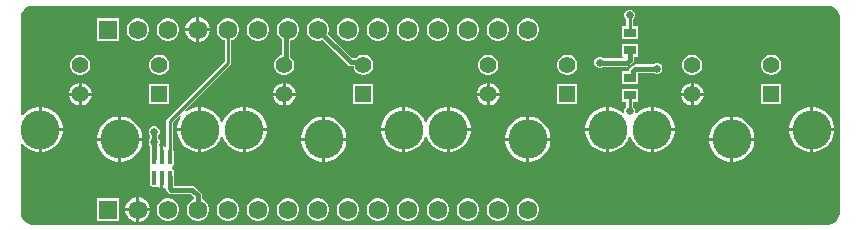
<source format=gbr>
%TF.GenerationSoftware,Altium Limited,Altium Designer,25.6.2 (33)*%
G04 Layer_Physical_Order=2*
G04 Layer_Color=16711680*
%FSLAX45Y45*%
%MOMM*%
%TF.SameCoordinates,5DA55B6F-82E9-41E6-B114-64E7E2ADA8B0*%
%TF.FilePolarity,Positive*%
%TF.FileFunction,Copper,L2,Bot,Signal*%
%TF.Part,Single*%
G01*
G75*
%TA.AperFunction,Conductor*%
%ADD10C,0.38100*%
%ADD11C,0.25400*%
%TA.AperFunction,ComponentPad*%
%ADD12R,1.39800X1.39800*%
%ADD13C,1.59000*%
%ADD14R,1.59000X1.59000*%
%ADD15C,3.30600*%
%ADD16C,1.39800*%
%TA.AperFunction,ViaPad*%
%ADD17C,0.63500*%
%TA.AperFunction,SMDPad,CuDef*%
G04:AMPARAMS|DCode=18|XSize=1.2mm|YSize=0.37583mm|CornerRadius=0.18791mm|HoleSize=0mm|Usage=FLASHONLY|Rotation=270.000|XOffset=0mm|YOffset=0mm|HoleType=Round|Shape=RoundedRectangle|*
%AMROUNDEDRECTD18*
21,1,1.20000,0.00000,0,0,270.0*
21,1,0.82417,0.37583,0,0,270.0*
1,1,0.37583,0.00000,-0.41209*
1,1,0.37583,0.00000,0.41209*
1,1,0.37583,0.00000,0.41209*
1,1,0.37583,0.00000,-0.41209*
%
%ADD18ROUNDEDRECTD18*%
G04:AMPARAMS|DCode=19|XSize=1.2mm|YSize=0.37mm|CornerRadius=0.185mm|HoleSize=0mm|Usage=FLASHONLY|Rotation=270.000|XOffset=0mm|YOffset=0mm|HoleType=Round|Shape=RoundedRectangle|*
%AMROUNDEDRECTD19*
21,1,1.20000,0.00000,0,0,270.0*
21,1,0.83000,0.37000,0,0,270.0*
1,1,0.37000,0.00000,-0.41500*
1,1,0.37000,0.00000,0.41500*
1,1,0.37000,0.00000,0.41500*
1,1,0.37000,0.00000,-0.41500*
%
%ADD19ROUNDEDRECTD19*%
%ADD20R,0.37583X1.20000*%
%ADD21R,1.00000X0.80000*%
G36*
X6858000Y1879103D02*
X6867958Y1879103D01*
X6887490Y1875218D01*
X6905891Y1867596D01*
X6922449Y1856532D01*
X6936532Y1842449D01*
X6947596Y1825891D01*
X6955218Y1807491D01*
X6959103Y1787957D01*
X6959104Y1777999D01*
X6959103Y127000D01*
X6959103Y117042D01*
X6955218Y97510D01*
X6947596Y79109D01*
X6936532Y62550D01*
X6922449Y48467D01*
X6905891Y37403D01*
X6887491Y29782D01*
X6867958Y25896D01*
X117042D01*
X97509Y29782D01*
X79109Y37403D01*
X62550Y48468D01*
X48467Y62550D01*
X37403Y79109D01*
X29781Y97509D01*
X25896Y117042D01*
Y127000D01*
Y707181D01*
X38049Y710868D01*
X39474Y708736D01*
X66036Y682174D01*
X97270Y661304D01*
X131975Y646929D01*
X168818Y639600D01*
X174900D01*
Y830300D01*
Y1021000D01*
X168818D01*
X131975Y1013672D01*
X97270Y999296D01*
X66036Y978427D01*
X39474Y951864D01*
X38049Y949733D01*
X25896Y953419D01*
Y1778000D01*
Y1787958D01*
X29782Y1807490D01*
X37403Y1825890D01*
X48467Y1842449D01*
X62550Y1856532D01*
X79109Y1867596D01*
X97509Y1875218D01*
X117042Y1879103D01*
X127001Y1879104D01*
X6858000Y1879103D01*
D02*
G37*
%LPC*%
G36*
X1537810Y1781300D02*
X1536700D01*
Y1689100D01*
X1628900D01*
Y1690210D01*
X1621751Y1716890D01*
X1607941Y1740810D01*
X1588410Y1760341D01*
X1564490Y1774151D01*
X1537810Y1781300D01*
D02*
G37*
G36*
X1511300D02*
X1510190D01*
X1483510Y1774151D01*
X1459590Y1760341D01*
X1440059Y1740810D01*
X1426249Y1716890D01*
X1419100Y1690210D01*
Y1689100D01*
X1511300D01*
Y1781300D01*
D02*
G37*
G36*
X5189865Y1843637D02*
X5171266D01*
X5154084Y1836520D01*
X5140933Y1823369D01*
X5133815Y1806186D01*
Y1787588D01*
X5140933Y1770405D01*
X5152323Y1759015D01*
Y1704800D01*
X5116600D01*
Y1594800D01*
X5246600D01*
Y1704800D01*
X5208808D01*
Y1759015D01*
X5220198Y1770405D01*
X5227315Y1787588D01*
Y1806186D01*
X5220198Y1823369D01*
X5207047Y1836520D01*
X5189865Y1843637D01*
D02*
G37*
G36*
X4330441Y1770900D02*
X4305559D01*
X4281524Y1764460D01*
X4259976Y1752019D01*
X4242381Y1734424D01*
X4229940Y1712876D01*
X4223500Y1688841D01*
Y1663959D01*
X4229940Y1639924D01*
X4242381Y1618376D01*
X4259976Y1600781D01*
X4281524Y1588340D01*
X4305559Y1581900D01*
X4330441D01*
X4354476Y1588340D01*
X4376024Y1600781D01*
X4393619Y1618376D01*
X4406060Y1639924D01*
X4412500Y1663959D01*
Y1688841D01*
X4406060Y1712876D01*
X4393619Y1734424D01*
X4376024Y1752019D01*
X4354476Y1764460D01*
X4330441Y1770900D01*
D02*
G37*
G36*
X4076441D02*
X4051559D01*
X4027524Y1764460D01*
X4005976Y1752019D01*
X3988381Y1734424D01*
X3975940Y1712876D01*
X3969500Y1688841D01*
Y1663959D01*
X3975940Y1639924D01*
X3988381Y1618376D01*
X4005976Y1600781D01*
X4027524Y1588340D01*
X4051559Y1581900D01*
X4076441D01*
X4100476Y1588340D01*
X4122024Y1600781D01*
X4139619Y1618376D01*
X4152060Y1639924D01*
X4158500Y1663959D01*
Y1688841D01*
X4152060Y1712876D01*
X4139619Y1734424D01*
X4122024Y1752019D01*
X4100476Y1764460D01*
X4076441Y1770900D01*
D02*
G37*
G36*
X3822441D02*
X3797559D01*
X3773524Y1764460D01*
X3751976Y1752019D01*
X3734381Y1734424D01*
X3721940Y1712876D01*
X3715500Y1688841D01*
Y1663959D01*
X3721940Y1639924D01*
X3734381Y1618376D01*
X3751976Y1600781D01*
X3773524Y1588340D01*
X3797559Y1581900D01*
X3822441D01*
X3846476Y1588340D01*
X3868024Y1600781D01*
X3885619Y1618376D01*
X3898060Y1639924D01*
X3904500Y1663959D01*
Y1688841D01*
X3898060Y1712876D01*
X3885619Y1734424D01*
X3868024Y1752019D01*
X3846476Y1764460D01*
X3822441Y1770900D01*
D02*
G37*
G36*
X3568441D02*
X3543559D01*
X3519524Y1764460D01*
X3497976Y1752019D01*
X3480381Y1734424D01*
X3467940Y1712876D01*
X3461500Y1688841D01*
Y1663959D01*
X3467940Y1639924D01*
X3480381Y1618376D01*
X3497976Y1600781D01*
X3519524Y1588340D01*
X3543559Y1581900D01*
X3568441D01*
X3592476Y1588340D01*
X3614024Y1600781D01*
X3631619Y1618376D01*
X3644060Y1639924D01*
X3650500Y1663959D01*
Y1688841D01*
X3644060Y1712876D01*
X3631619Y1734424D01*
X3614024Y1752019D01*
X3592476Y1764460D01*
X3568441Y1770900D01*
D02*
G37*
G36*
X3314441D02*
X3289559D01*
X3265524Y1764460D01*
X3243976Y1752019D01*
X3226381Y1734424D01*
X3213940Y1712876D01*
X3207500Y1688841D01*
Y1663959D01*
X3213940Y1639924D01*
X3226381Y1618376D01*
X3243976Y1600781D01*
X3265524Y1588340D01*
X3289559Y1581900D01*
X3314441D01*
X3338476Y1588340D01*
X3360024Y1600781D01*
X3377619Y1618376D01*
X3390060Y1639924D01*
X3396500Y1663959D01*
Y1688841D01*
X3390060Y1712876D01*
X3377619Y1734424D01*
X3360024Y1752019D01*
X3338476Y1764460D01*
X3314441Y1770900D01*
D02*
G37*
G36*
X3060441D02*
X3035559D01*
X3011524Y1764460D01*
X2989976Y1752019D01*
X2972381Y1734424D01*
X2959940Y1712876D01*
X2953500Y1688841D01*
Y1663959D01*
X2959940Y1639924D01*
X2972381Y1618376D01*
X2989976Y1600781D01*
X3011524Y1588340D01*
X3035559Y1581900D01*
X3060441D01*
X3084476Y1588340D01*
X3106024Y1600781D01*
X3123619Y1618376D01*
X3136060Y1639924D01*
X3142500Y1663959D01*
Y1688841D01*
X3136060Y1712876D01*
X3123619Y1734424D01*
X3106024Y1752019D01*
X3084476Y1764460D01*
X3060441Y1770900D01*
D02*
G37*
G36*
X2806441D02*
X2781559D01*
X2757524Y1764460D01*
X2735976Y1752019D01*
X2718381Y1734424D01*
X2705940Y1712876D01*
X2699500Y1688841D01*
Y1663959D01*
X2705940Y1639924D01*
X2718381Y1618376D01*
X2735976Y1600781D01*
X2757524Y1588340D01*
X2781559Y1581900D01*
X2806441D01*
X2830476Y1588340D01*
X2852024Y1600781D01*
X2869619Y1618376D01*
X2882060Y1639924D01*
X2888500Y1663959D01*
Y1688841D01*
X2882060Y1712876D01*
X2869619Y1734424D01*
X2852024Y1752019D01*
X2830476Y1764460D01*
X2806441Y1770900D01*
D02*
G37*
G36*
X2044441D02*
X2019559D01*
X1995524Y1764460D01*
X1973976Y1752019D01*
X1956381Y1734424D01*
X1943940Y1712876D01*
X1937500Y1688841D01*
Y1663959D01*
X1943940Y1639924D01*
X1956381Y1618376D01*
X1973976Y1600781D01*
X1995524Y1588340D01*
X2019559Y1581900D01*
X2044441D01*
X2068476Y1588340D01*
X2090024Y1600781D01*
X2107619Y1618376D01*
X2120060Y1639924D01*
X2126500Y1663959D01*
Y1688841D01*
X2120060Y1712876D01*
X2107619Y1734424D01*
X2090024Y1752019D01*
X2068476Y1764460D01*
X2044441Y1770900D01*
D02*
G37*
G36*
X1282441D02*
X1257559D01*
X1233524Y1764460D01*
X1211976Y1752019D01*
X1194381Y1734424D01*
X1181940Y1712876D01*
X1175500Y1688841D01*
Y1663959D01*
X1181940Y1639924D01*
X1194381Y1618376D01*
X1211976Y1600781D01*
X1233524Y1588340D01*
X1257559Y1581900D01*
X1282441D01*
X1306476Y1588340D01*
X1328024Y1600781D01*
X1345619Y1618376D01*
X1358060Y1639924D01*
X1364500Y1663959D01*
Y1688841D01*
X1358060Y1712876D01*
X1345619Y1734424D01*
X1328024Y1752019D01*
X1306476Y1764460D01*
X1282441Y1770900D01*
D02*
G37*
G36*
X1028441D02*
X1003559D01*
X979524Y1764460D01*
X957976Y1752019D01*
X940381Y1734424D01*
X927940Y1712876D01*
X921500Y1688841D01*
Y1663959D01*
X927940Y1639924D01*
X940381Y1618376D01*
X957976Y1600781D01*
X979524Y1588340D01*
X1003559Y1581900D01*
X1028441D01*
X1052476Y1588340D01*
X1074024Y1600781D01*
X1091619Y1618376D01*
X1104060Y1639924D01*
X1110500Y1663959D01*
Y1688841D01*
X1104060Y1712876D01*
X1091619Y1734424D01*
X1074024Y1752019D01*
X1052476Y1764460D01*
X1028441Y1770900D01*
D02*
G37*
G36*
X856500D02*
X667500D01*
Y1581900D01*
X856500D01*
Y1770900D01*
D02*
G37*
G36*
X1628900Y1663700D02*
X1536700D01*
Y1571500D01*
X1537810D01*
X1564490Y1578649D01*
X1588410Y1592459D01*
X1607941Y1611990D01*
X1621751Y1635910D01*
X1628900Y1662590D01*
Y1663700D01*
D02*
G37*
G36*
X1511300D02*
X1419100D01*
Y1662590D01*
X1426249Y1635910D01*
X1440059Y1611990D01*
X1459590Y1592459D01*
X1483510Y1578649D01*
X1510190Y1571500D01*
X1511300D01*
Y1663700D01*
D02*
G37*
G36*
X5246600Y1554800D02*
X5116600D01*
Y1444800D01*
X5122082D01*
X5128871Y1432100D01*
X5128615Y1431717D01*
X4958997D01*
X4954082Y1436633D01*
X4936899Y1443750D01*
X4918301D01*
X4901118Y1436633D01*
X4887967Y1423482D01*
X4880850Y1406299D01*
Y1387701D01*
X4887967Y1370518D01*
X4901118Y1357367D01*
X4918301Y1350250D01*
X4936899D01*
X4954082Y1357367D01*
X4958997Y1362283D01*
X5156200D01*
X5169486Y1364926D01*
X5180749Y1372451D01*
X5206149Y1397851D01*
X5213674Y1409114D01*
X5216317Y1422400D01*
Y1444800D01*
X5246600D01*
Y1554800D01*
D02*
G37*
G36*
X5419499Y1392950D02*
X5400901D01*
X5383718Y1385833D01*
X5378803Y1380917D01*
X5229318D01*
X5216033Y1378274D01*
X5204770Y1370749D01*
X5182451Y1348430D01*
X5174926Y1337167D01*
X5172283Y1323882D01*
Y1323800D01*
X5116600D01*
Y1213800D01*
X5246600D01*
Y1311483D01*
X5378803D01*
X5383718Y1306567D01*
X5400901Y1299450D01*
X5419499D01*
X5436682Y1306567D01*
X5449833Y1319718D01*
X5456950Y1336901D01*
Y1355499D01*
X5449833Y1372682D01*
X5436682Y1385833D01*
X5419499Y1392950D01*
D02*
G37*
G36*
X6391377Y1464200D02*
X6369023D01*
X6347430Y1458414D01*
X6328070Y1447237D01*
X6312263Y1431430D01*
X6301086Y1412070D01*
X6295300Y1390477D01*
Y1368123D01*
X6301086Y1346530D01*
X6312263Y1327170D01*
X6328070Y1311363D01*
X6347430Y1300186D01*
X6369023Y1294400D01*
X6391377D01*
X6412970Y1300186D01*
X6432330Y1311363D01*
X6448137Y1327170D01*
X6459314Y1346530D01*
X6465100Y1368123D01*
Y1390477D01*
X6459314Y1412070D01*
X6448137Y1431430D01*
X6432330Y1447237D01*
X6412970Y1458414D01*
X6391377Y1464200D01*
D02*
G37*
G36*
X5721377D02*
X5699023D01*
X5677430Y1458414D01*
X5658070Y1447237D01*
X5642263Y1431430D01*
X5631086Y1412070D01*
X5625300Y1390477D01*
Y1368123D01*
X5631086Y1346530D01*
X5642263Y1327170D01*
X5658070Y1311363D01*
X5677430Y1300186D01*
X5699023Y1294400D01*
X5721377D01*
X5742970Y1300186D01*
X5762330Y1311363D01*
X5778137Y1327170D01*
X5789314Y1346530D01*
X5795100Y1368123D01*
Y1390477D01*
X5789314Y1412070D01*
X5778137Y1431430D01*
X5762330Y1447237D01*
X5742970Y1458414D01*
X5721377Y1464200D01*
D02*
G37*
G36*
X4664177D02*
X4641823D01*
X4620230Y1458414D01*
X4600870Y1447237D01*
X4585063Y1431430D01*
X4573886Y1412070D01*
X4568100Y1390477D01*
Y1368123D01*
X4573886Y1346530D01*
X4585063Y1327170D01*
X4600870Y1311363D01*
X4620230Y1300186D01*
X4641823Y1294400D01*
X4664177D01*
X4685770Y1300186D01*
X4705130Y1311363D01*
X4720937Y1327170D01*
X4732114Y1346530D01*
X4737900Y1368123D01*
Y1390477D01*
X4732114Y1412070D01*
X4720937Y1431430D01*
X4705130Y1447237D01*
X4685770Y1458414D01*
X4664177Y1464200D01*
D02*
G37*
G36*
X3994177D02*
X3971823D01*
X3950230Y1458414D01*
X3930870Y1447237D01*
X3915063Y1431430D01*
X3903886Y1412070D01*
X3898100Y1390477D01*
Y1368123D01*
X3903886Y1346530D01*
X3915063Y1327170D01*
X3930870Y1311363D01*
X3950230Y1300186D01*
X3971823Y1294400D01*
X3994177D01*
X4015770Y1300186D01*
X4035130Y1311363D01*
X4050937Y1327170D01*
X4062114Y1346530D01*
X4067900Y1368123D01*
Y1390477D01*
X4062114Y1412070D01*
X4050937Y1431430D01*
X4035130Y1447237D01*
X4015770Y1458414D01*
X3994177Y1464200D01*
D02*
G37*
G36*
X2552441Y1770900D02*
X2527559D01*
X2503524Y1764460D01*
X2481976Y1752019D01*
X2464381Y1734424D01*
X2451940Y1712876D01*
X2445500Y1688841D01*
Y1663959D01*
X2451940Y1639924D01*
X2464381Y1618376D01*
X2481976Y1600781D01*
X2503524Y1588340D01*
X2527559Y1581900D01*
X2552441D01*
X2576476Y1588340D01*
X2578052Y1589251D01*
X2793251Y1374051D01*
X2804514Y1366526D01*
X2817800Y1363883D01*
X2842036D01*
X2846686Y1346530D01*
X2857863Y1327170D01*
X2873670Y1311363D01*
X2893030Y1300186D01*
X2914623Y1294400D01*
X2936977D01*
X2958570Y1300186D01*
X2977930Y1311363D01*
X2993737Y1327170D01*
X3004914Y1346530D01*
X3010700Y1368123D01*
Y1390477D01*
X3004914Y1412070D01*
X2993737Y1431430D01*
X2977930Y1447237D01*
X2958570Y1458414D01*
X2936977Y1464200D01*
X2914623D01*
X2893030Y1458414D01*
X2873670Y1447237D01*
X2859750Y1433317D01*
X2832180D01*
X2627149Y1638348D01*
X2628060Y1639924D01*
X2634500Y1663959D01*
Y1688841D01*
X2628060Y1712876D01*
X2615619Y1734424D01*
X2598024Y1752019D01*
X2576476Y1764460D01*
X2552441Y1770900D01*
D02*
G37*
G36*
X2298441D02*
X2273559D01*
X2249524Y1764460D01*
X2227976Y1752019D01*
X2210381Y1734424D01*
X2197940Y1712876D01*
X2191500Y1688841D01*
Y1663959D01*
X2197940Y1639924D01*
X2210381Y1618376D01*
X2227976Y1600781D01*
X2236183Y1596043D01*
Y1461939D01*
X2223030Y1458414D01*
X2203670Y1447237D01*
X2187863Y1431430D01*
X2176686Y1412070D01*
X2170900Y1390477D01*
Y1368123D01*
X2176686Y1346530D01*
X2187863Y1327170D01*
X2203670Y1311363D01*
X2223030Y1300186D01*
X2244623Y1294400D01*
X2266977D01*
X2288570Y1300186D01*
X2307930Y1311363D01*
X2323737Y1327170D01*
X2334914Y1346530D01*
X2340700Y1368123D01*
Y1390477D01*
X2334914Y1412070D01*
X2323737Y1431430D01*
X2307930Y1447237D01*
X2305617Y1448572D01*
Y1583823D01*
X2322476Y1588340D01*
X2344024Y1600781D01*
X2361619Y1618376D01*
X2374060Y1639924D01*
X2380500Y1663959D01*
Y1688841D01*
X2374060Y1712876D01*
X2361619Y1734424D01*
X2344024Y1752019D01*
X2322476Y1764460D01*
X2298441Y1770900D01*
D02*
G37*
G36*
X1209777Y1464200D02*
X1187423D01*
X1165830Y1458414D01*
X1146470Y1447237D01*
X1130663Y1431430D01*
X1119486Y1412070D01*
X1113700Y1390477D01*
Y1368123D01*
X1119486Y1346530D01*
X1130663Y1327170D01*
X1146470Y1311363D01*
X1165830Y1300186D01*
X1187423Y1294400D01*
X1209777D01*
X1231370Y1300186D01*
X1250730Y1311363D01*
X1266537Y1327170D01*
X1277714Y1346530D01*
X1283500Y1368123D01*
Y1390477D01*
X1277714Y1412070D01*
X1266537Y1431430D01*
X1250730Y1447237D01*
X1231370Y1458414D01*
X1209777Y1464200D01*
D02*
G37*
G36*
X539777D02*
X517423D01*
X495830Y1458414D01*
X476470Y1447237D01*
X460663Y1431430D01*
X449486Y1412070D01*
X443700Y1390477D01*
Y1368123D01*
X449486Y1346530D01*
X460663Y1327170D01*
X476470Y1311363D01*
X495830Y1300186D01*
X517423Y1294400D01*
X539777D01*
X561370Y1300186D01*
X580730Y1311363D01*
X596537Y1327170D01*
X607714Y1346530D01*
X613500Y1368123D01*
Y1390477D01*
X607714Y1412070D01*
X596537Y1431430D01*
X580730Y1447237D01*
X561370Y1458414D01*
X539777Y1464200D01*
D02*
G37*
G36*
X5722900Y1225559D02*
Y1143000D01*
X5805459D01*
X5799005Y1167085D01*
X5786459Y1188816D01*
X5768716Y1206559D01*
X5746984Y1219106D01*
X5722900Y1225559D01*
D02*
G37*
G36*
X541300D02*
Y1143000D01*
X623859D01*
X617405Y1167085D01*
X604859Y1188816D01*
X587116Y1206559D01*
X565384Y1219106D01*
X541300Y1225559D01*
D02*
G37*
G36*
X3995700D02*
Y1143000D01*
X4078259D01*
X4071805Y1167085D01*
X4059259Y1188816D01*
X4041516Y1206559D01*
X4019784Y1219106D01*
X3995700Y1225559D01*
D02*
G37*
G36*
X2268500D02*
Y1143000D01*
X2351059D01*
X2344605Y1167085D01*
X2332059Y1188816D01*
X2314316Y1206559D01*
X2292584Y1219106D01*
X2268500Y1225559D01*
D02*
G37*
G36*
X515900D02*
X491815Y1219106D01*
X470084Y1206559D01*
X452341Y1188816D01*
X439794Y1167085D01*
X433341Y1143000D01*
X515900D01*
Y1225559D01*
D02*
G37*
G36*
X5697500D02*
X5673415Y1219106D01*
X5651684Y1206559D01*
X5633941Y1188816D01*
X5621394Y1167085D01*
X5614941Y1143000D01*
X5697500D01*
Y1225559D01*
D02*
G37*
G36*
X3970300D02*
X3946215Y1219106D01*
X3924484Y1206559D01*
X3906741Y1188816D01*
X3894194Y1167085D01*
X3887741Y1143000D01*
X3970300D01*
Y1225559D01*
D02*
G37*
G36*
X2243100D02*
X2219015Y1219106D01*
X2197284Y1206559D01*
X2179541Y1188816D01*
X2166994Y1167085D01*
X2160541Y1143000D01*
X2243100D01*
Y1225559D01*
D02*
G37*
G36*
X6465100Y1215200D02*
X6295300D01*
Y1045400D01*
X6465100D01*
Y1215200D01*
D02*
G37*
G36*
X4737900D02*
X4568100D01*
Y1045400D01*
X4737900D01*
Y1215200D01*
D02*
G37*
G36*
X3010700D02*
X2840900D01*
Y1045400D01*
X3010700D01*
Y1215200D01*
D02*
G37*
G36*
X1283500D02*
X1113700D01*
Y1045400D01*
X1283500D01*
Y1215200D01*
D02*
G37*
G36*
X5805459Y1117600D02*
X5722900D01*
Y1035041D01*
X5746984Y1041494D01*
X5768716Y1054041D01*
X5786459Y1071784D01*
X5799005Y1093515D01*
X5805459Y1117600D01*
D02*
G37*
G36*
X623859D02*
X541300D01*
Y1035041D01*
X565384Y1041494D01*
X587116Y1054041D01*
X604859Y1071784D01*
X617405Y1093515D01*
X623859Y1117600D01*
D02*
G37*
G36*
X4078259D02*
X3995700D01*
Y1035041D01*
X4019784Y1041494D01*
X4041516Y1054041D01*
X4059259Y1071784D01*
X4071805Y1093515D01*
X4078259Y1117600D01*
D02*
G37*
G36*
X2351059D02*
X2268500D01*
Y1035041D01*
X2292584Y1041494D01*
X2314316Y1054041D01*
X2332059Y1071784D01*
X2344605Y1093515D01*
X2351059Y1117600D01*
D02*
G37*
G36*
X3970300D02*
X3887741D01*
X3894194Y1093515D01*
X3906741Y1071784D01*
X3924484Y1054041D01*
X3946215Y1041494D01*
X3970300Y1035041D01*
Y1117600D01*
D02*
G37*
G36*
X2243100D02*
X2160541D01*
X2166994Y1093515D01*
X2179541Y1071784D01*
X2197284Y1054041D01*
X2219015Y1041494D01*
X2243100Y1035041D01*
Y1117600D01*
D02*
G37*
G36*
X515900D02*
X433341D01*
X439794Y1093515D01*
X452341Y1071784D01*
X470084Y1054041D01*
X491815Y1041494D01*
X515900Y1035041D01*
Y1117600D01*
D02*
G37*
G36*
X5697500D02*
X5614941D01*
X5621394Y1093515D01*
X5633941Y1071784D01*
X5651684Y1054041D01*
X5673415Y1041494D01*
X5697500Y1035041D01*
Y1117600D01*
D02*
G37*
G36*
X5246600Y1173800D02*
X5116600D01*
Y1063800D01*
X5152323D01*
Y1021959D01*
X5140933Y1010569D01*
X5133815Y993386D01*
Y978136D01*
X5123892Y972353D01*
X5122082Y971908D01*
X5115564Y978427D01*
X5084330Y999296D01*
X5049625Y1013672D01*
X5012782Y1021000D01*
X5006699D01*
Y830300D01*
Y639600D01*
X5012782D01*
X5049625Y646929D01*
X5084330Y661304D01*
X5115564Y682174D01*
X5142126Y708736D01*
X5162996Y739970D01*
X5174727Y768290D01*
X5188473D01*
X5200204Y739970D01*
X5221074Y708736D01*
X5247636Y682174D01*
X5278870Y661304D01*
X5313575Y646929D01*
X5350418Y639600D01*
X5356501D01*
Y830300D01*
Y1021000D01*
X5350418D01*
X5313575Y1013672D01*
X5278870Y999296D01*
X5247636Y978427D01*
X5238986Y969777D01*
X5230614Y973372D01*
X5227315Y976067D01*
Y993386D01*
X5220198Y1010569D01*
X5208808Y1021959D01*
Y1063800D01*
X5246600D01*
Y1173800D01*
D02*
G37*
G36*
X3629300Y1021000D02*
X3623218D01*
X3586375Y1013672D01*
X3551670Y999296D01*
X3520436Y978427D01*
X3493874Y951864D01*
X3473004Y920630D01*
X3461273Y892310D01*
X3447527D01*
X3435796Y920630D01*
X3414926Y951864D01*
X3388364Y978427D01*
X3357130Y999296D01*
X3322425Y1013672D01*
X3285582Y1021000D01*
X3279500D01*
Y830300D01*
Y639600D01*
X3285582D01*
X3322425Y646929D01*
X3357130Y661304D01*
X3388364Y682174D01*
X3414926Y708736D01*
X3435796Y739970D01*
X3447527Y768290D01*
X3461273D01*
X3473004Y739970D01*
X3493874Y708736D01*
X3520436Y682174D01*
X3551670Y661304D01*
X3586375Y646929D01*
X3623218Y639600D01*
X3629300D01*
Y830300D01*
Y1021000D01*
D02*
G37*
G36*
X1902100D02*
X1896018D01*
X1859175Y1013672D01*
X1824470Y999296D01*
X1793236Y978427D01*
X1766674Y951864D01*
X1745804Y920630D01*
X1734073Y892310D01*
X1720327D01*
X1708596Y920630D01*
X1687726Y951864D01*
X1661164Y978427D01*
X1629930Y999296D01*
X1595225Y1013672D01*
X1558382Y1021000D01*
X1552300D01*
Y830300D01*
Y639600D01*
X1558382D01*
X1595225Y646929D01*
X1629930Y661304D01*
X1661164Y682174D01*
X1687726Y708736D01*
X1708596Y739970D01*
X1720327Y768290D01*
X1734073D01*
X1745804Y739970D01*
X1766674Y708736D01*
X1793236Y682174D01*
X1824470Y661304D01*
X1859175Y646929D01*
X1896018Y639600D01*
X1902100D01*
Y830300D01*
Y1021000D01*
D02*
G37*
G36*
X5387982D02*
X5381901D01*
Y843000D01*
X5559900D01*
Y849082D01*
X5552572Y885925D01*
X5538196Y920630D01*
X5517327Y951864D01*
X5490764Y978427D01*
X5459530Y999296D01*
X5424825Y1013672D01*
X5387982Y1021000D01*
D02*
G37*
G36*
X1933582D02*
X1927500D01*
Y843000D01*
X2105500D01*
Y849082D01*
X2098172Y885925D01*
X2083796Y920630D01*
X2062927Y951864D01*
X2036364Y978427D01*
X2005130Y999296D01*
X1970425Y1013672D01*
X1933582Y1021000D01*
D02*
G37*
G36*
X3660782D02*
X3654700D01*
Y843000D01*
X3832700D01*
Y849082D01*
X3825372Y885925D01*
X3810996Y920630D01*
X3790127Y951864D01*
X3763564Y978427D01*
X3732330Y999296D01*
X3697625Y1013672D01*
X3660782Y1021000D01*
D02*
G37*
G36*
X206382D02*
X200300D01*
Y843000D01*
X378300D01*
Y849082D01*
X370972Y885925D01*
X356596Y920630D01*
X335727Y951864D01*
X309164Y978427D01*
X277930Y999296D01*
X243225Y1013672D01*
X206382Y1021000D01*
D02*
G37*
G36*
X6739982D02*
X6733899D01*
Y843000D01*
X6911900D01*
Y849082D01*
X6904571Y885925D01*
X6890196Y920630D01*
X6869326Y951864D01*
X6842764Y978427D01*
X6811530Y999296D01*
X6776825Y1013672D01*
X6739982Y1021000D01*
D02*
G37*
G36*
X4981299D02*
X4975218D01*
X4938375Y1013672D01*
X4903670Y999296D01*
X4872436Y978427D01*
X4845873Y951864D01*
X4825004Y920630D01*
X4810628Y885925D01*
X4803300Y849082D01*
Y843000D01*
X4981299D01*
Y1021000D01*
D02*
G37*
G36*
X6708499D02*
X6702418D01*
X6665575Y1013672D01*
X6630870Y999296D01*
X6599636Y978427D01*
X6573073Y951864D01*
X6552204Y920630D01*
X6537828Y885925D01*
X6530500Y849082D01*
Y843000D01*
X6708499D01*
Y1021000D01*
D02*
G37*
G36*
X3254100D02*
X3248018D01*
X3211175Y1013672D01*
X3176470Y999296D01*
X3145236Y978427D01*
X3118673Y951864D01*
X3097804Y920630D01*
X3083428Y885925D01*
X3076100Y849082D01*
Y843000D01*
X3254100D01*
Y1021000D01*
D02*
G37*
G36*
X1790441Y1770900D02*
X1765559D01*
X1741524Y1764460D01*
X1719976Y1752019D01*
X1702381Y1734424D01*
X1689940Y1712876D01*
X1683500Y1688841D01*
Y1663959D01*
X1689940Y1639924D01*
X1702381Y1618376D01*
X1719976Y1600781D01*
X1741524Y1588340D01*
X1749757Y1586134D01*
Y1405015D01*
X1264229Y919487D01*
X1258107Y910324D01*
X1255957Y899516D01*
X1255957Y899515D01*
Y690819D01*
X1243257Y684030D01*
X1236443Y688584D01*
X1231900Y689487D01*
Y592554D01*
X1206500D01*
Y689487D01*
X1201957Y688584D01*
X1201786Y688469D01*
X1193370Y696843D01*
X1192974Y697855D01*
X1199910Y714601D01*
Y733199D01*
X1192793Y750382D01*
X1188917Y754257D01*
Y780362D01*
X1193833Y785278D01*
X1200950Y802461D01*
Y821059D01*
X1193833Y838242D01*
X1180682Y851393D01*
X1163499Y858510D01*
X1144901D01*
X1127718Y851393D01*
X1114567Y838242D01*
X1107450Y821059D01*
Y802461D01*
X1114567Y785278D01*
X1119483Y780362D01*
Y756338D01*
X1113527Y750382D01*
X1106410Y733199D01*
Y714601D01*
X1113527Y697418D01*
X1119483Y691462D01*
Y592554D01*
X1120409Y587901D01*
Y504361D01*
X1120408Y504361D01*
X1121484Y491661D01*
X1119747Y482927D01*
Y374124D01*
X1122369Y360939D01*
X1129838Y349762D01*
X1141015Y342293D01*
X1154200Y339671D01*
X1167385Y342293D01*
X1178562Y349762D01*
X1186993Y342654D01*
X1187339Y342265D01*
X1187340Y342264D01*
X1201957Y332496D01*
X1206500Y331593D01*
Y428526D01*
X1231900D01*
Y331593D01*
X1236443Y332496D01*
X1237129Y332955D01*
X1251060Y326989D01*
X1252126Y321633D01*
X1259652Y310370D01*
X1274531Y295491D01*
X1285793Y287966D01*
X1299079Y285323D01*
X1461360D01*
X1489283Y257400D01*
Y240931D01*
X1487524Y240460D01*
X1465976Y228019D01*
X1448381Y210424D01*
X1435940Y188876D01*
X1429500Y164841D01*
Y139959D01*
X1435940Y115924D01*
X1448381Y94376D01*
X1465976Y76781D01*
X1487524Y64340D01*
X1511559Y57900D01*
X1536441D01*
X1560476Y64340D01*
X1582024Y76781D01*
X1599619Y94376D01*
X1612060Y115924D01*
X1618500Y139959D01*
Y164841D01*
X1612060Y188876D01*
X1599619Y210424D01*
X1582024Y228019D01*
X1560476Y240460D01*
X1558717Y240931D01*
Y271780D01*
X1556075Y285065D01*
X1548549Y296329D01*
X1500289Y344589D01*
X1489026Y352114D01*
X1475740Y354757D01*
X1318917D01*
Y428526D01*
X1318653Y429851D01*
Y482927D01*
X1316031Y496112D01*
X1308562Y507289D01*
Y513791D01*
X1316031Y524968D01*
X1318653Y538153D01*
Y646956D01*
X1316031Y660141D01*
X1312443Y665510D01*
Y887817D01*
X1375614Y950989D01*
X1385479Y942893D01*
X1370604Y920630D01*
X1356228Y885925D01*
X1348900Y849082D01*
Y843000D01*
X1526900D01*
Y1021000D01*
X1520818D01*
X1483975Y1013672D01*
X1449270Y999296D01*
X1427007Y984421D01*
X1418911Y994286D01*
X1797971Y1373345D01*
X1804093Y1382508D01*
X1806243Y1393316D01*
Y1586134D01*
X1814476Y1588340D01*
X1836024Y1600781D01*
X1853619Y1618376D01*
X1866060Y1639924D01*
X1872500Y1663959D01*
Y1688841D01*
X1866060Y1712876D01*
X1853619Y1734424D01*
X1836024Y1752019D01*
X1814476Y1764460D01*
X1790441Y1770900D01*
D02*
G37*
G36*
X6063982Y940000D02*
X6057900D01*
Y762000D01*
X6235900D01*
Y768082D01*
X6228571Y804925D01*
X6214196Y839630D01*
X6193326Y870864D01*
X6166764Y897426D01*
X6135530Y918296D01*
X6100825Y932671D01*
X6063982Y940000D01*
D02*
G37*
G36*
X882382D02*
X876300D01*
Y762000D01*
X1054300D01*
Y768082D01*
X1046971Y804925D01*
X1032596Y839630D01*
X1011726Y870864D01*
X985164Y897426D01*
X953930Y918296D01*
X919225Y932671D01*
X882382Y940000D01*
D02*
G37*
G36*
X4336782D02*
X4330700D01*
Y762000D01*
X4508700D01*
Y768082D01*
X4501371Y804925D01*
X4486996Y839630D01*
X4466126Y870864D01*
X4439564Y897426D01*
X4408330Y918296D01*
X4373625Y932671D01*
X4336782Y940000D01*
D02*
G37*
G36*
X2609582D02*
X2603500D01*
Y762000D01*
X2781500D01*
Y768082D01*
X2774171Y804925D01*
X2759796Y839630D01*
X2738926Y870864D01*
X2712364Y897426D01*
X2681130Y918296D01*
X2646425Y932671D01*
X2609582Y940000D01*
D02*
G37*
G36*
X6032500D02*
X6026418D01*
X5989575Y932671D01*
X5954870Y918296D01*
X5923636Y897426D01*
X5897074Y870864D01*
X5876204Y839630D01*
X5861829Y804925D01*
X5854500Y768082D01*
Y762000D01*
X6032500D01*
Y940000D01*
D02*
G37*
G36*
X850900D02*
X844818D01*
X807975Y932671D01*
X773270Y918296D01*
X742036Y897426D01*
X715474Y870864D01*
X694604Y839630D01*
X680229Y804925D01*
X672900Y768082D01*
Y762000D01*
X850900D01*
Y940000D01*
D02*
G37*
G36*
X4305300D02*
X4299218D01*
X4262375Y932671D01*
X4227670Y918296D01*
X4196436Y897426D01*
X4169874Y870864D01*
X4149004Y839630D01*
X4134629Y804925D01*
X4127300Y768082D01*
Y762000D01*
X4305300D01*
Y940000D01*
D02*
G37*
G36*
X2578100D02*
X2572018D01*
X2535175Y932671D01*
X2500470Y918296D01*
X2469236Y897426D01*
X2442674Y870864D01*
X2421804Y839630D01*
X2407429Y804925D01*
X2400100Y768082D01*
Y762000D01*
X2578100D01*
Y940000D01*
D02*
G37*
G36*
X6911900Y817600D02*
X6733899D01*
Y639600D01*
X6739982D01*
X6776825Y646929D01*
X6811530Y661304D01*
X6842764Y682174D01*
X6869326Y708736D01*
X6890196Y739970D01*
X6904571Y774675D01*
X6911900Y811518D01*
Y817600D01*
D02*
G37*
G36*
X6708499D02*
X6530500D01*
Y811518D01*
X6537828Y774675D01*
X6552204Y739970D01*
X6573073Y708736D01*
X6599636Y682174D01*
X6630870Y661304D01*
X6665575Y646929D01*
X6702418Y639600D01*
X6708499D01*
Y817600D01*
D02*
G37*
G36*
X5559900D02*
X5381901D01*
Y639600D01*
X5387982D01*
X5424825Y646929D01*
X5459530Y661304D01*
X5490764Y682174D01*
X5517327Y708736D01*
X5538196Y739970D01*
X5552572Y774675D01*
X5559900Y811518D01*
Y817600D01*
D02*
G37*
G36*
X4981299D02*
X4803300D01*
Y811518D01*
X4810628Y774675D01*
X4825004Y739970D01*
X4845873Y708736D01*
X4872436Y682174D01*
X4903670Y661304D01*
X4938375Y646929D01*
X4975218Y639600D01*
X4981299D01*
Y817600D01*
D02*
G37*
G36*
X3832700D02*
X3654700D01*
Y639600D01*
X3660782D01*
X3697625Y646929D01*
X3732330Y661304D01*
X3763564Y682174D01*
X3790127Y708736D01*
X3810996Y739970D01*
X3825372Y774675D01*
X3832700Y811518D01*
Y817600D01*
D02*
G37*
G36*
X3254100D02*
X3076100D01*
Y811518D01*
X3083428Y774675D01*
X3097804Y739970D01*
X3118673Y708736D01*
X3145236Y682174D01*
X3176470Y661304D01*
X3211175Y646929D01*
X3248018Y639600D01*
X3254100D01*
Y817600D01*
D02*
G37*
G36*
X2105500D02*
X1927500D01*
Y639600D01*
X1933582D01*
X1970425Y646929D01*
X2005130Y661304D01*
X2036364Y682174D01*
X2062927Y708736D01*
X2083796Y739970D01*
X2098172Y774675D01*
X2105500Y811518D01*
Y817600D01*
D02*
G37*
G36*
X1526900D02*
X1348900D01*
Y811518D01*
X1356228Y774675D01*
X1370604Y739970D01*
X1391473Y708736D01*
X1418036Y682174D01*
X1449270Y661304D01*
X1483975Y646929D01*
X1520818Y639600D01*
X1526900D01*
Y817600D01*
D02*
G37*
G36*
X378300D02*
X200300D01*
Y639600D01*
X206382D01*
X243225Y646929D01*
X277930Y661304D01*
X309164Y682174D01*
X335727Y708736D01*
X356596Y739970D01*
X370972Y774675D01*
X378300Y811518D01*
Y817600D01*
D02*
G37*
G36*
X6235900Y736600D02*
X6057900D01*
Y558600D01*
X6063982D01*
X6100825Y565929D01*
X6135530Y580304D01*
X6166764Y601174D01*
X6193326Y627736D01*
X6214196Y658970D01*
X6228571Y693675D01*
X6235900Y730518D01*
Y736600D01*
D02*
G37*
G36*
X6032500D02*
X5854500D01*
Y730518D01*
X5861829Y693675D01*
X5876204Y658970D01*
X5897074Y627736D01*
X5923636Y601174D01*
X5954870Y580304D01*
X5989575Y565929D01*
X6026418Y558600D01*
X6032500D01*
Y736600D01*
D02*
G37*
G36*
X4508700D02*
X4330700D01*
Y558600D01*
X4336782D01*
X4373625Y565929D01*
X4408330Y580304D01*
X4439564Y601174D01*
X4466126Y627736D01*
X4486996Y658970D01*
X4501371Y693675D01*
X4508700Y730518D01*
Y736600D01*
D02*
G37*
G36*
X4305300D02*
X4127300D01*
Y730518D01*
X4134629Y693675D01*
X4149004Y658970D01*
X4169874Y627736D01*
X4196436Y601174D01*
X4227670Y580304D01*
X4262375Y565929D01*
X4299218Y558600D01*
X4305300D01*
Y736600D01*
D02*
G37*
G36*
X2781500D02*
X2603500D01*
Y558600D01*
X2609582D01*
X2646425Y565929D01*
X2681130Y580304D01*
X2712364Y601174D01*
X2738926Y627736D01*
X2759796Y658970D01*
X2774171Y693675D01*
X2781500Y730518D01*
Y736600D01*
D02*
G37*
G36*
X2578100D02*
X2400100D01*
Y730518D01*
X2407429Y693675D01*
X2421804Y658970D01*
X2442674Y627736D01*
X2469236Y601174D01*
X2500470Y580304D01*
X2535175Y565929D01*
X2572018Y558600D01*
X2578100D01*
Y736600D01*
D02*
G37*
G36*
X1054300D02*
X876300D01*
Y558600D01*
X882382D01*
X919225Y565929D01*
X953930Y580304D01*
X985164Y601174D01*
X1011726Y627736D01*
X1032596Y658970D01*
X1046971Y693675D01*
X1054300Y730518D01*
Y736600D01*
D02*
G37*
G36*
X850900D02*
X672900D01*
Y730518D01*
X680229Y693675D01*
X694604Y658970D01*
X715474Y627736D01*
X742036Y601174D01*
X773270Y580304D01*
X807975Y565929D01*
X844818Y558600D01*
X850900D01*
Y736600D01*
D02*
G37*
G36*
X1029810Y257300D02*
X1028700D01*
Y165100D01*
X1120900D01*
Y166210D01*
X1113751Y192890D01*
X1099941Y216810D01*
X1080410Y236341D01*
X1056490Y250151D01*
X1029810Y257300D01*
D02*
G37*
G36*
X1003300D02*
X1002190D01*
X975510Y250151D01*
X951590Y236341D01*
X932059Y216810D01*
X918249Y192890D01*
X911100Y166210D01*
Y165100D01*
X1003300D01*
Y257300D01*
D02*
G37*
G36*
X4330441Y246900D02*
X4305559D01*
X4281524Y240460D01*
X4259976Y228019D01*
X4242381Y210424D01*
X4229940Y188876D01*
X4223500Y164841D01*
Y139959D01*
X4229940Y115924D01*
X4242381Y94376D01*
X4259976Y76781D01*
X4281524Y64340D01*
X4305559Y57900D01*
X4330441D01*
X4354476Y64340D01*
X4376024Y76781D01*
X4393619Y94376D01*
X4406060Y115924D01*
X4412500Y139959D01*
Y164841D01*
X4406060Y188876D01*
X4393619Y210424D01*
X4376024Y228019D01*
X4354476Y240460D01*
X4330441Y246900D01*
D02*
G37*
G36*
X4076441D02*
X4051559D01*
X4027524Y240460D01*
X4005976Y228019D01*
X3988381Y210424D01*
X3975940Y188876D01*
X3969500Y164841D01*
Y139959D01*
X3975940Y115924D01*
X3988381Y94376D01*
X4005976Y76781D01*
X4027524Y64340D01*
X4051559Y57900D01*
X4076441D01*
X4100476Y64340D01*
X4122024Y76781D01*
X4139619Y94376D01*
X4152060Y115924D01*
X4158500Y139959D01*
Y164841D01*
X4152060Y188876D01*
X4139619Y210424D01*
X4122024Y228019D01*
X4100476Y240460D01*
X4076441Y246900D01*
D02*
G37*
G36*
X3822441D02*
X3797559D01*
X3773524Y240460D01*
X3751976Y228019D01*
X3734381Y210424D01*
X3721940Y188876D01*
X3715500Y164841D01*
Y139959D01*
X3721940Y115924D01*
X3734381Y94376D01*
X3751976Y76781D01*
X3773524Y64340D01*
X3797559Y57900D01*
X3822441D01*
X3846476Y64340D01*
X3868024Y76781D01*
X3885619Y94376D01*
X3898060Y115924D01*
X3904500Y139959D01*
Y164841D01*
X3898060Y188876D01*
X3885619Y210424D01*
X3868024Y228019D01*
X3846476Y240460D01*
X3822441Y246900D01*
D02*
G37*
G36*
X3568441D02*
X3543559D01*
X3519524Y240460D01*
X3497976Y228019D01*
X3480381Y210424D01*
X3467940Y188876D01*
X3461500Y164841D01*
Y139959D01*
X3467940Y115924D01*
X3480381Y94376D01*
X3497976Y76781D01*
X3519524Y64340D01*
X3543559Y57900D01*
X3568441D01*
X3592476Y64340D01*
X3614024Y76781D01*
X3631619Y94376D01*
X3644060Y115924D01*
X3650500Y139959D01*
Y164841D01*
X3644060Y188876D01*
X3631619Y210424D01*
X3614024Y228019D01*
X3592476Y240460D01*
X3568441Y246900D01*
D02*
G37*
G36*
X3314441D02*
X3289559D01*
X3265524Y240460D01*
X3243976Y228019D01*
X3226381Y210424D01*
X3213940Y188876D01*
X3207500Y164841D01*
Y139959D01*
X3213940Y115924D01*
X3226381Y94376D01*
X3243976Y76781D01*
X3265524Y64340D01*
X3289559Y57900D01*
X3314441D01*
X3338476Y64340D01*
X3360024Y76781D01*
X3377619Y94376D01*
X3390060Y115924D01*
X3396500Y139959D01*
Y164841D01*
X3390060Y188876D01*
X3377619Y210424D01*
X3360024Y228019D01*
X3338476Y240460D01*
X3314441Y246900D01*
D02*
G37*
G36*
X3060441D02*
X3035559D01*
X3011524Y240460D01*
X2989976Y228019D01*
X2972381Y210424D01*
X2959940Y188876D01*
X2953500Y164841D01*
Y139959D01*
X2959940Y115924D01*
X2972381Y94376D01*
X2989976Y76781D01*
X3011524Y64340D01*
X3035559Y57900D01*
X3060441D01*
X3084476Y64340D01*
X3106024Y76781D01*
X3123619Y94376D01*
X3136060Y115924D01*
X3142500Y139959D01*
Y164841D01*
X3136060Y188876D01*
X3123619Y210424D01*
X3106024Y228019D01*
X3084476Y240460D01*
X3060441Y246900D01*
D02*
G37*
G36*
X2806441D02*
X2781559D01*
X2757524Y240460D01*
X2735976Y228019D01*
X2718381Y210424D01*
X2705940Y188876D01*
X2699500Y164841D01*
Y139959D01*
X2705940Y115924D01*
X2718381Y94376D01*
X2735976Y76781D01*
X2757524Y64340D01*
X2781559Y57900D01*
X2806441D01*
X2830476Y64340D01*
X2852024Y76781D01*
X2869619Y94376D01*
X2882060Y115924D01*
X2888500Y139959D01*
Y164841D01*
X2882060Y188876D01*
X2869619Y210424D01*
X2852024Y228019D01*
X2830476Y240460D01*
X2806441Y246900D01*
D02*
G37*
G36*
X2552441D02*
X2527559D01*
X2503524Y240460D01*
X2481976Y228019D01*
X2464381Y210424D01*
X2451940Y188876D01*
X2445500Y164841D01*
Y139959D01*
X2451940Y115924D01*
X2464381Y94376D01*
X2481976Y76781D01*
X2503524Y64340D01*
X2527559Y57900D01*
X2552441D01*
X2576476Y64340D01*
X2598024Y76781D01*
X2615619Y94376D01*
X2628060Y115924D01*
X2634500Y139959D01*
Y164841D01*
X2628060Y188876D01*
X2615619Y210424D01*
X2598024Y228019D01*
X2576476Y240460D01*
X2552441Y246900D01*
D02*
G37*
G36*
X2298441D02*
X2273559D01*
X2249524Y240460D01*
X2227976Y228019D01*
X2210381Y210424D01*
X2197940Y188876D01*
X2191500Y164841D01*
Y139959D01*
X2197940Y115924D01*
X2210381Y94376D01*
X2227976Y76781D01*
X2249524Y64340D01*
X2273559Y57900D01*
X2298441D01*
X2322476Y64340D01*
X2344024Y76781D01*
X2361619Y94376D01*
X2374060Y115924D01*
X2380500Y139959D01*
Y164841D01*
X2374060Y188876D01*
X2361619Y210424D01*
X2344024Y228019D01*
X2322476Y240460D01*
X2298441Y246900D01*
D02*
G37*
G36*
X2044441D02*
X2019559D01*
X1995524Y240460D01*
X1973976Y228019D01*
X1956381Y210424D01*
X1943940Y188876D01*
X1937500Y164841D01*
Y139959D01*
X1943940Y115924D01*
X1956381Y94376D01*
X1973976Y76781D01*
X1995524Y64340D01*
X2019559Y57900D01*
X2044441D01*
X2068476Y64340D01*
X2090024Y76781D01*
X2107619Y94376D01*
X2120060Y115924D01*
X2126500Y139959D01*
Y164841D01*
X2120060Y188876D01*
X2107619Y210424D01*
X2090024Y228019D01*
X2068476Y240460D01*
X2044441Y246900D01*
D02*
G37*
G36*
X1790441D02*
X1765559D01*
X1741524Y240460D01*
X1719976Y228019D01*
X1702381Y210424D01*
X1689940Y188876D01*
X1683500Y164841D01*
Y139959D01*
X1689940Y115924D01*
X1702381Y94376D01*
X1719976Y76781D01*
X1741524Y64340D01*
X1765559Y57900D01*
X1790441D01*
X1814476Y64340D01*
X1836024Y76781D01*
X1853619Y94376D01*
X1866060Y115924D01*
X1872500Y139959D01*
Y164841D01*
X1866060Y188876D01*
X1853619Y210424D01*
X1836024Y228019D01*
X1814476Y240460D01*
X1790441Y246900D01*
D02*
G37*
G36*
X1282441D02*
X1257559D01*
X1233524Y240460D01*
X1211976Y228019D01*
X1194381Y210424D01*
X1181940Y188876D01*
X1175500Y164841D01*
Y139959D01*
X1181940Y115924D01*
X1194381Y94376D01*
X1211976Y76781D01*
X1233524Y64340D01*
X1257559Y57900D01*
X1282441D01*
X1306476Y64340D01*
X1328024Y76781D01*
X1345619Y94376D01*
X1358060Y115924D01*
X1364500Y139959D01*
Y164841D01*
X1358060Y188876D01*
X1345619Y210424D01*
X1328024Y228019D01*
X1306476Y240460D01*
X1282441Y246900D01*
D02*
G37*
G36*
X856500D02*
X667500D01*
Y57900D01*
X856500D01*
Y246900D01*
D02*
G37*
G36*
X1120900Y139700D02*
X1028700D01*
Y47500D01*
X1029810D01*
X1056490Y54649D01*
X1080410Y68459D01*
X1099941Y87990D01*
X1113751Y111910D01*
X1120900Y138590D01*
Y139700D01*
D02*
G37*
G36*
X1003300D02*
X911100D01*
Y138590D01*
X918249Y111910D01*
X932059Y87990D01*
X951590Y68459D01*
X975510Y54649D01*
X1002190Y47500D01*
X1003300D01*
Y139700D01*
D02*
G37*
%LPD*%
D10*
X4927600Y1397000D02*
X5156200D01*
X5181600Y1422400D02*
Y1499800D01*
X5156200Y1397000D02*
X5181600Y1422400D01*
X5229318Y1346200D02*
X5410200D01*
X5207000Y1323882D02*
X5229318Y1346200D01*
X5207000Y1289750D02*
Y1323882D01*
X5186050Y1268800D02*
X5207000Y1289750D01*
X5181600Y1268800D02*
X5186050D01*
X1154200Y592554D02*
Y811760D01*
X1299079Y320040D02*
X1475740D01*
X1524000Y152400D02*
Y271780D01*
X1284200Y334919D02*
X1299079Y320040D01*
X1475740D02*
X1524000Y271780D01*
X1284200Y334919D02*
Y428526D01*
X2255800Y1379300D02*
X2270900Y1394400D01*
Y1661300D01*
X2286000Y1676400D01*
X2906500Y1398600D02*
X2925800Y1379300D01*
X2817800Y1398600D02*
X2906500D01*
X2540000Y1676400D02*
X2817800Y1398600D01*
D11*
X5180565Y1117766D02*
X5181600Y1118800D01*
X5180565Y984087D02*
Y1117766D01*
Y1650834D02*
X5181600Y1649800D01*
X5180565Y1650834D02*
Y1796887D01*
X1153160Y812800D02*
X1154200Y811760D01*
X1778000Y1393316D02*
Y1676400D01*
X1284200Y899516D02*
X1778000Y1393316D01*
X1284200Y592554D02*
Y899516D01*
D12*
X6380200Y1130300D02*
D03*
X4653000D02*
D03*
X2925800D02*
D03*
X1198600D02*
D03*
D13*
X1524000Y152400D02*
D03*
X1778000Y1676400D02*
D03*
X4318000D02*
D03*
X4064000D02*
D03*
X3810000D02*
D03*
X3556000D02*
D03*
X3302000D02*
D03*
X3048000D02*
D03*
X2794000D02*
D03*
X2540000D02*
D03*
X2286000D02*
D03*
X2032000D02*
D03*
X1524000D02*
D03*
X1270000D02*
D03*
X1016000D02*
D03*
X4318000Y152400D02*
D03*
X4064000D02*
D03*
X3810000D02*
D03*
X3556000D02*
D03*
X3302000D02*
D03*
X3048000D02*
D03*
X2794000D02*
D03*
X2540000D02*
D03*
X2286000D02*
D03*
X2032000D02*
D03*
X1778000D02*
D03*
X1270000D02*
D03*
X1016000D02*
D03*
D14*
X762000Y1676400D02*
D03*
Y152400D02*
D03*
D15*
X1539600Y830300D02*
D03*
X187600D02*
D03*
X863600Y749300D02*
D03*
X6045200D02*
D03*
X5369200Y830300D02*
D03*
X6721200D02*
D03*
X4318000Y749300D02*
D03*
X3642000Y830300D02*
D03*
X4994000D02*
D03*
X2590800Y749300D02*
D03*
X1914800Y830300D02*
D03*
X3266800D02*
D03*
D16*
X528600Y1379300D02*
D03*
Y1130300D02*
D03*
X1198600Y1379300D02*
D03*
X6380200D02*
D03*
X5710200Y1130300D02*
D03*
Y1379300D02*
D03*
X4653000D02*
D03*
X3983000Y1130300D02*
D03*
Y1379300D02*
D03*
X2925800D02*
D03*
X2255800Y1130300D02*
D03*
Y1379300D02*
D03*
D17*
X5410200Y1346200D02*
D03*
X4927600Y1397000D02*
D03*
X5180565Y984087D02*
D03*
Y1796887D02*
D03*
X1153160Y723900D02*
D03*
X1154200Y811760D02*
D03*
D18*
X1219200Y594000D02*
D03*
Y420000D02*
D03*
X1284200Y594000D02*
D03*
Y420000D02*
D03*
D19*
X1154200D02*
D03*
D20*
Y594000D02*
D03*
D21*
X5181600Y1268800D02*
D03*
Y1118800D02*
D03*
Y1499800D02*
D03*
Y1649800D02*
D03*
%TF.MD5,b927eab401f0a0c1e647ad747bff3e2b*%
M02*

</source>
